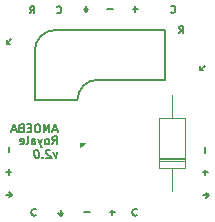
<source format=gbo>
G04 #@! TF.GenerationSoftware,KiCad,Pcbnew,5.1.5-52549c5~84~ubuntu18.04.1*
G04 #@! TF.CreationDate,2020-04-11T16:09:32-04:00*
G04 #@! TF.ProjectId,amoeba-royale,616d6f65-6261-42d7-926f-79616c652e6b,rev?*
G04 #@! TF.SameCoordinates,Original*
G04 #@! TF.FileFunction,Legend,Bot*
G04 #@! TF.FilePolarity,Positive*
%FSLAX46Y46*%
G04 Gerber Fmt 4.6, Leading zero omitted, Abs format (unit mm)*
G04 Created by KiCad (PCBNEW 5.1.5-52549c5~84~ubuntu18.04.1) date 2020-04-11 16:09:32*
%MOMM*%
%LPD*%
G04 APERTURE LIST*
%ADD10C,0.150000*%
%ADD11C,0.100000*%
%ADD12C,0.120000*%
G04 APERTURE END LIST*
D10*
X240411000Y-104575000D02*
X240411000Y-104892500D01*
X240411000Y-104892500D02*
X240792000Y-104511500D01*
X240411000Y-104892500D02*
X240665000Y-104892500D01*
X257492500Y-117729000D02*
X256984500Y-117729000D01*
X257238500Y-117919500D02*
X257492500Y-117729000D01*
X257492500Y-117729000D02*
X257238500Y-117538500D01*
X256794000Y-107115000D02*
X257175000Y-106734000D01*
X256794000Y-106797500D02*
X256794000Y-107115000D01*
X256794000Y-107115000D02*
X257048000Y-107115000D01*
X244946500Y-119443500D02*
X244946500Y-118935500D01*
X244756000Y-119189500D02*
X244946500Y-119443500D01*
X244946500Y-119443500D02*
X245137000Y-119189500D01*
X247115000Y-102235000D02*
X247115000Y-101727000D01*
X246924500Y-101981000D02*
X247115000Y-102235000D01*
X247115000Y-102235000D02*
X247305500Y-101981000D01*
X240855500Y-117665500D02*
X240347500Y-117665500D01*
X240601500Y-117856000D02*
X240855500Y-117665500D01*
X240855500Y-117665500D02*
X240601500Y-117475000D01*
X242835714Y-118911714D02*
X242807142Y-118883142D01*
X242721428Y-118854571D01*
X242664285Y-118854571D01*
X242578571Y-118883142D01*
X242521428Y-118940285D01*
X242492857Y-118997428D01*
X242464285Y-119111714D01*
X242464285Y-119197428D01*
X242492857Y-119311714D01*
X242521428Y-119368857D01*
X242578571Y-119426000D01*
X242664285Y-119454571D01*
X242721428Y-119454571D01*
X242807142Y-119426000D01*
X242835714Y-119397428D01*
X244653785Y-102258785D02*
X244682357Y-102287357D01*
X244768071Y-102315928D01*
X244825214Y-102315928D01*
X244910928Y-102287357D01*
X244968071Y-102230214D01*
X244996642Y-102173071D01*
X245025214Y-102058785D01*
X245025214Y-101973071D01*
X244996642Y-101858785D01*
X244968071Y-101801642D01*
X244910928Y-101744500D01*
X244825214Y-101715928D01*
X244768071Y-101715928D01*
X244682357Y-101744500D01*
X244653785Y-101773071D01*
X244625166Y-112194166D02*
X244291833Y-112194166D01*
X244691833Y-112394166D02*
X244458500Y-111694166D01*
X244225166Y-112394166D01*
X243991833Y-112394166D02*
X243991833Y-111694166D01*
X243758500Y-112194166D01*
X243525166Y-111694166D01*
X243525166Y-112394166D01*
X243058500Y-111694166D02*
X242925166Y-111694166D01*
X242858500Y-111727500D01*
X242791833Y-111794166D01*
X242758500Y-111927500D01*
X242758500Y-112160833D01*
X242791833Y-112294166D01*
X242858500Y-112360833D01*
X242925166Y-112394166D01*
X243058500Y-112394166D01*
X243125166Y-112360833D01*
X243191833Y-112294166D01*
X243225166Y-112160833D01*
X243225166Y-111927500D01*
X243191833Y-111794166D01*
X243125166Y-111727500D01*
X243058500Y-111694166D01*
X242458500Y-112027500D02*
X242225166Y-112027500D01*
X242125166Y-112394166D02*
X242458500Y-112394166D01*
X242458500Y-111694166D01*
X242125166Y-111694166D01*
X241591833Y-112027500D02*
X241491833Y-112060833D01*
X241458500Y-112094166D01*
X241425166Y-112160833D01*
X241425166Y-112260833D01*
X241458500Y-112327500D01*
X241491833Y-112360833D01*
X241558500Y-112394166D01*
X241825166Y-112394166D01*
X241825166Y-111694166D01*
X241591833Y-111694166D01*
X241525166Y-111727500D01*
X241491833Y-111760833D01*
X241458500Y-111827500D01*
X241458500Y-111894166D01*
X241491833Y-111960833D01*
X241525166Y-111994166D01*
X241591833Y-112027500D01*
X241825166Y-112027500D01*
X241158500Y-112194166D02*
X240825166Y-112194166D01*
X241225166Y-112394166D02*
X240991833Y-111694166D01*
X240758500Y-112394166D01*
X244255333Y-113410166D02*
X244488666Y-113076833D01*
X244655333Y-113410166D02*
X244655333Y-112710166D01*
X244388666Y-112710166D01*
X244322000Y-112743500D01*
X244288666Y-112776833D01*
X244255333Y-112843500D01*
X244255333Y-112943500D01*
X244288666Y-113010166D01*
X244322000Y-113043500D01*
X244388666Y-113076833D01*
X244655333Y-113076833D01*
X243855333Y-113410166D02*
X243922000Y-113376833D01*
X243955333Y-113343500D01*
X243988666Y-113276833D01*
X243988666Y-113076833D01*
X243955333Y-113010166D01*
X243922000Y-112976833D01*
X243855333Y-112943500D01*
X243755333Y-112943500D01*
X243688666Y-112976833D01*
X243655333Y-113010166D01*
X243622000Y-113076833D01*
X243622000Y-113276833D01*
X243655333Y-113343500D01*
X243688666Y-113376833D01*
X243755333Y-113410166D01*
X243855333Y-113410166D01*
X243388666Y-112943500D02*
X243222000Y-113410166D01*
X243055333Y-112943500D02*
X243222000Y-113410166D01*
X243288666Y-113576833D01*
X243322000Y-113610166D01*
X243388666Y-113643500D01*
X242488666Y-113410166D02*
X242488666Y-113043500D01*
X242522000Y-112976833D01*
X242588666Y-112943500D01*
X242722000Y-112943500D01*
X242788666Y-112976833D01*
X242488666Y-113376833D02*
X242555333Y-113410166D01*
X242722000Y-113410166D01*
X242788666Y-113376833D01*
X242822000Y-113310166D01*
X242822000Y-113243500D01*
X242788666Y-113176833D01*
X242722000Y-113143500D01*
X242555333Y-113143500D01*
X242488666Y-113110166D01*
X242055333Y-113410166D02*
X242122000Y-113376833D01*
X242155333Y-113310166D01*
X242155333Y-112710166D01*
X241522000Y-113376833D02*
X241588666Y-113410166D01*
X241722000Y-113410166D01*
X241788666Y-113376833D01*
X241822000Y-113310166D01*
X241822000Y-113043500D01*
X241788666Y-112976833D01*
X241722000Y-112943500D01*
X241588666Y-112943500D01*
X241522000Y-112976833D01*
X241488666Y-113043500D01*
X241488666Y-113110166D01*
X241822000Y-113176833D01*
D11*
G36*
X246634000Y-113665000D02*
G01*
X246634000Y-113284000D01*
X247015000Y-113284000D01*
X246634000Y-113665000D01*
G37*
X246634000Y-113665000D02*
X246634000Y-113284000D01*
X247015000Y-113284000D01*
X246634000Y-113665000D01*
D10*
X249559642Y-119168857D02*
X249102500Y-119168857D01*
X249331071Y-119397428D02*
X249331071Y-118940285D01*
X247409642Y-119168857D02*
X246952500Y-119168857D01*
X240558642Y-115964642D02*
X240558642Y-115507500D01*
X240330071Y-115736071D02*
X240787214Y-115736071D01*
X257217857Y-115556357D02*
X257217857Y-116013500D01*
X257446428Y-115784928D02*
X256989285Y-115784928D01*
X257217857Y-113651357D02*
X257217857Y-114108500D01*
X240558642Y-114059642D02*
X240558642Y-113602500D01*
X255004285Y-103966928D02*
X255204285Y-103681214D01*
X255347142Y-103966928D02*
X255347142Y-103366928D01*
X255118571Y-103366928D01*
X255061428Y-103395500D01*
X255032857Y-103424071D01*
X255004285Y-103481214D01*
X255004285Y-103566928D01*
X255032857Y-103624071D01*
X255061428Y-103652642D01*
X255118571Y-103681214D01*
X255347142Y-103681214D01*
X249378142Y-101960357D02*
X248921000Y-101960357D01*
X251065357Y-101938142D02*
X251522500Y-101938142D01*
X251293928Y-101709571D02*
X251293928Y-102166714D01*
D11*
X242824000Y-109169200D02*
X242824000Y-107835700D01*
D10*
X244664812Y-114086500D02*
X244556479Y-114553166D01*
X244331479Y-114086500D01*
X244077312Y-113919833D02*
X244039812Y-113886500D01*
X243968979Y-113853166D01*
X243802312Y-113853166D01*
X243739812Y-113886500D01*
X243710645Y-113919833D01*
X243685645Y-113986500D01*
X243693979Y-114053166D01*
X243739812Y-114153166D01*
X244189812Y-114553166D01*
X243756479Y-114553166D01*
X243448145Y-114486500D02*
X243418979Y-114519833D01*
X243456479Y-114553166D01*
X243485645Y-114519833D01*
X243448145Y-114486500D01*
X243456479Y-114553166D01*
X242902312Y-113853166D02*
X242835645Y-113853166D01*
X242773145Y-113886500D01*
X242743979Y-113919833D01*
X242718979Y-113986500D01*
X242702312Y-114119833D01*
X242723145Y-114286500D01*
X242773145Y-114419833D01*
X242814812Y-114486500D01*
X242852312Y-114519833D01*
X242923145Y-114553166D01*
X242989812Y-114553166D01*
X243052312Y-114519833D01*
X243081479Y-114486500D01*
X243106479Y-114419833D01*
X243123145Y-114286500D01*
X243102312Y-114119833D01*
X243052312Y-113986500D01*
X243010645Y-113919833D01*
X242973145Y-113886500D01*
X242902312Y-113853166D01*
X254305785Y-102195285D02*
X254334357Y-102223857D01*
X254420071Y-102252428D01*
X254477214Y-102252428D01*
X254562928Y-102223857D01*
X254620071Y-102166714D01*
X254648642Y-102109571D01*
X254677214Y-101995285D01*
X254677214Y-101909571D01*
X254648642Y-101795285D01*
X254620071Y-101738142D01*
X254562928Y-101681000D01*
X254477214Y-101652428D01*
X254420071Y-101652428D01*
X254334357Y-101681000D01*
X254305785Y-101709571D01*
X251408214Y-118911714D02*
X251379642Y-118883142D01*
X251293928Y-118854571D01*
X251236785Y-118854571D01*
X251151071Y-118883142D01*
X251093928Y-118940285D01*
X251065357Y-118997428D01*
X251036785Y-119111714D01*
X251036785Y-119197428D01*
X251065357Y-119311714D01*
X251093928Y-119368857D01*
X251151071Y-119426000D01*
X251236785Y-119454571D01*
X251293928Y-119454571D01*
X251379642Y-119426000D01*
X251408214Y-119397428D01*
X242367785Y-102315928D02*
X242567785Y-102030214D01*
X242710642Y-102315928D02*
X242710642Y-101715928D01*
X242482071Y-101715928D01*
X242424928Y-101744500D01*
X242396357Y-101773071D01*
X242367785Y-101830214D01*
X242367785Y-101915928D01*
X242396357Y-101973071D01*
X242424928Y-102001642D01*
X242482071Y-102030214D01*
X242710642Y-102030214D01*
X242785000Y-109625000D02*
X246380000Y-109625000D01*
X242785000Y-105410000D02*
X242785000Y-109625000D01*
X253785000Y-103740000D02*
X253785000Y-107950000D01*
X244460000Y-103735000D02*
X253785000Y-103735000D01*
X242785000Y-105410000D02*
G75*
G02X244460000Y-103735000I1675000J0D01*
G01*
X246380000Y-109625000D02*
G75*
G02X248055000Y-107950000I1675000J0D01*
G01*
X248055000Y-107950000D02*
X253785000Y-107950000D01*
D12*
X255501000Y-115404000D02*
X253261000Y-115404000D01*
X253261000Y-115404000D02*
X253261000Y-111164000D01*
X253261000Y-111164000D02*
X255501000Y-111164000D01*
X255501000Y-111164000D02*
X255501000Y-115404000D01*
X254381000Y-117324000D02*
X254381000Y-115404000D01*
X254381000Y-109244000D02*
X254381000Y-111164000D01*
X255501000Y-114684000D02*
X253261000Y-114684000D01*
X255501000Y-114564000D02*
X253261000Y-114564000D01*
X255501000Y-114804000D02*
X253261000Y-114804000D01*
M02*

</source>
